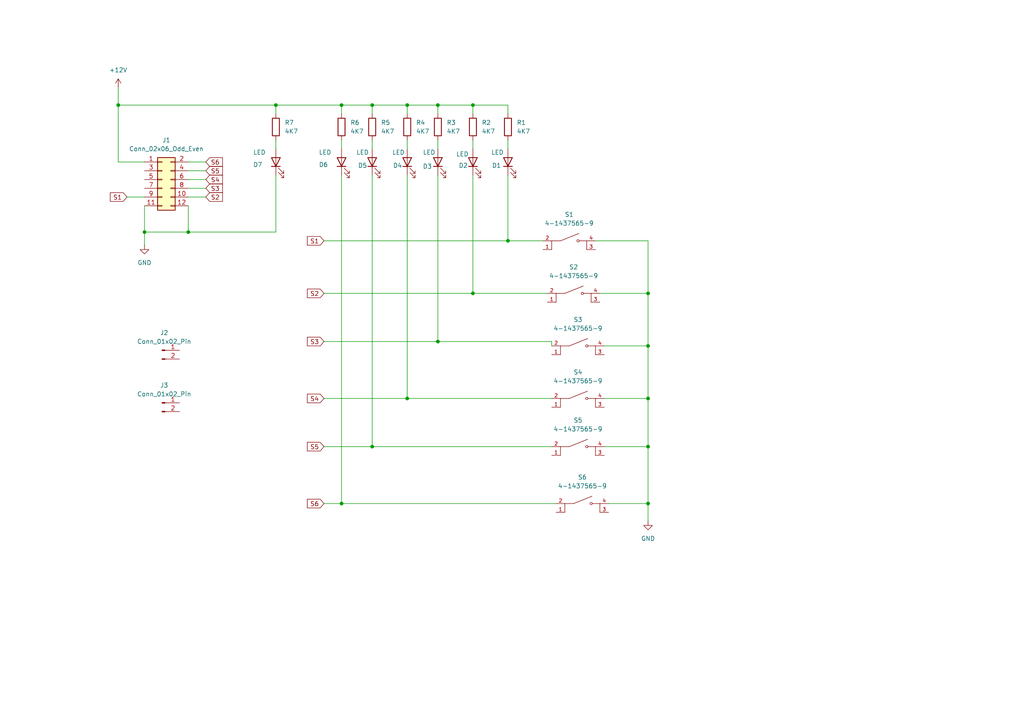
<source format=kicad_sch>
(kicad_sch (version 20250114) (generator "eeschema") (generator_version "9.0")
  (paper "A4")
  (lib_symbols
    (symbol "Connector:Conn_01x02_Pin" (pin_names (offset 1.016) (hide yes))
      (property "Reference" "J" (at 0 2.54 0))
      (property "Value" "Conn_01x02_Pin" (at 0 -5.08 0))
      (symbol "Conn_01x02_Pin_1_1"
        (rectangle (start 0.8636 0.127) (end 0 -0.127) (stroke (width 0.1524)) (fill (type outline)))
        (rectangle (start 0.8636 -2.413) (end 0 -2.667) (stroke (width 0.1524)) (fill (type outline)))
        (polyline (pts (xy 1.27 0) (xy 0.8636 0)) (stroke (width 0.1524)))
        (polyline (pts (xy 1.27 -2.54) (xy 0.8636 -2.54)) (stroke (width 0.1524)))
        (pin passive line (at 5.08 0 180) (length 3.81) (name "Pin_1") (number "1"))
        (pin passive line (at 5.08 -2.54 180) (length 3.81) (name "Pin_2") (number "2"))
      )
    )
    (symbol "Connector_Generic:Conn_02x06_Odd_Even" (pin_names (offset 1.016) (hide yes))
      (property "Reference" "J" (at 1.27 7.62 0))
      (property "Value" "Conn_02x06_Odd_Even" (at 1.27 -10.16 0))
      (symbol "Conn_02x06_Odd_Even_1_1"
        (rectangle (start -1.27 6.35) (end 3.81 -8.89) (stroke (width 0.254)) (fill (type background)))
        (rectangle (start -1.27 5.207) (end 0 4.953) (stroke (width 0.1524)))
        (rectangle (start -1.27 2.667) (end 0 2.413) (stroke (width 0.1524)))
        (rectangle (start -1.27 0.127) (end 0 -0.127) (stroke (width 0.1524)))
        (rectangle (start -1.27 -2.413) (end 0 -2.667) (stroke (width 0.1524)))
        (rectangle (start -1.27 -4.953) (end 0 -5.207) (stroke (width 0.1524)))
        (rectangle (start -1.27 -7.493) (end 0 -7.747) (stroke (width 0.1524)))
        (rectangle (start 3.81 5.207) (end 2.54 4.953) (stroke (width 0.1524)))
        (rectangle (start 3.81 2.667) (end 2.54 2.413) (stroke (width 0.1524)))
        (rectangle (start 3.81 0.127) (end 2.54 -0.127) (stroke (width 0.1524)))
        (rectangle (start 3.81 -2.413) (end 2.54 -2.667) (stroke (width 0.1524)))
        (rectangle (start 3.81 -4.953) (end 2.54 -5.207) (stroke (width 0.1524)))
        (rectangle (start 3.81 -7.493) (end 2.54 -7.747) (stroke (width 0.1524)))
        (pin passive line (at -5.08 5.08 0) (length 3.81) (name "Pin_1") (number "1"))
        (pin passive line (at -5.08 2.54 0) (length 3.81) (name "Pin_3") (number "3"))
        (pin passive line (at -5.08 0 0) (length 3.81) (name "Pin_5") (number "5"))
        (pin passive line (at -5.08 -2.54 0) (length 3.81) (name "Pin_7") (number "7"))
        (pin passive line (at -5.08 -5.08 0) (length 3.81) (name "Pin_9") (number "9"))
        (pin passive line (at -5.08 -7.62 0) (length 3.81) (name "Pin_11") (number "11"))
        (pin passive line (at 7.62 5.08 180) (length 3.81) (name "Pin_2") (number "2"))
        (pin passive line (at 7.62 2.54 180) (length 3.81) (name "Pin_4") (number "4"))
        (pin passive line (at 7.62 0 180) (length 3.81) (name "Pin_6") (number "6"))
        (pin passive line (at 7.62 -2.54 180) (length 3.81) (name "Pin_8") (number "8"))
        (pin passive line (at 7.62 -5.08 180) (length 3.81) (name "Pin_10") (number "10"))
        (pin passive line (at 7.62 -7.62 180) (length 3.81) (name "Pin_12") (number "12"))
      )
    )
    (symbol "Device:LED" (pin_numbers (hide yes)) (pin_names (offset 1.016) (hide yes))
      (property "Reference" "D" (at 0 2.54 0))
      (property "Value" "LED" (at 0 -2.54 0))
      (symbol "LED_0_1"
        (polyline (pts (xy -3.048 -0.762) (xy -4.572 -2.286) (xy -3.81 -2.286) (xy -4.572 -2.286) (xy -4.572 -1.524)))
        (polyline (pts (xy -1.778 -0.762) (xy -3.302 -2.286) (xy -2.54 -2.286) (xy -3.302 -2.286) (xy -3.302 -1.524)))
        (polyline (pts (xy -1.27 0) (xy 1.27 0)))
        (polyline (pts (xy -1.27 -1.27) (xy -1.27 1.27)) (stroke (width 0.254)))
        (polyline (pts (xy 1.27 -1.27) (xy 1.27 1.27) (xy -1.27 0) (xy 1.27 -1.27)) (stroke (width 0.254)))
      )
      (symbol "LED_1_1"
        (pin passive line (at -3.81 0 0) (length 2.54) (name "K") (number "1"))
        (pin passive line (at 3.81 0 180) (length 2.54) (name "A") (number "2"))
      )
    )
    (symbol "Device:R" (pin_numbers (hide yes)) (pin_names (offset 0))
      (property "Reference" "R" (at 2.032 0 90))
      (property "Value" "R" (at 0 0 90))
      (symbol "R_0_1"
        (rectangle (start -1.016 -2.54) (end 1.016 2.54) (stroke (width 0.254)))
      )
      (symbol "R_1_1"
        (pin passive line (at 0 3.81 270) (length 1.27) (name "~") (number "1"))
        (pin passive line (at 0 -3.81 90) (length 1.27) (name "~") (number "2"))
      )
    )
    (symbol "LED_1" (pin_numbers (hide yes)) (pin_names (offset 1.016) (hide yes))
      (property "Reference" "D" (at 0 2.54 0))
      (property "Value" "LED" (at 0 -2.54 0))
      (symbol "LED_1_0_1"
        (polyline (pts (xy -3.048 -0.762) (xy -4.572 -2.286) (xy -3.81 -2.286) (xy -4.572 -2.286) (xy -4.572 -1.524)))
        (polyline (pts (xy -1.778 -0.762) (xy -3.302 -2.286) (xy -2.54 -2.286) (xy -3.302 -2.286) (xy -3.302 -1.524)))
        (polyline (pts (xy -1.27 0) (xy 1.27 0)))
        (polyline (pts (xy -1.27 -1.27) (xy -1.27 1.27)) (stroke (width 0.254)))
        (polyline (pts (xy 1.27 -1.27) (xy 1.27 1.27) (xy -1.27 0) (xy 1.27 -1.27)) (stroke (width 0.254)))
      )
      (symbol "LED_1_1_1"
        (pin passive line (at -3.81 0 0) (length 2.54) (name "K") (number "1"))
        (pin passive line (at 3.81 0 180) (length 2.54) (name "A") (number "2"))
      )
    )
    (symbol "LED_2" (pin_numbers (hide yes)) (pin_names (offset 1.016) (hide yes))
      (property "Reference" "D" (at 0 2.54 0))
      (property "Value" "LED" (at 0 -2.54 0))
      (symbol "LED_2_0_1"
        (polyline (pts (xy -3.048 -0.762) (xy -4.572 -2.286) (xy -3.81 -2.286) (xy -4.572 -2.286) (xy -4.572 -1.524)))
        (polyline (pts (xy -1.778 -0.762) (xy -3.302 -2.286) (xy -2.54 -2.286) (xy -3.302 -2.286) (xy -3.302 -1.524)))
        (polyline (pts (xy -1.27 0) (xy 1.27 0)))
        (polyline (pts (xy -1.27 -1.27) (xy -1.27 1.27)) (stroke (width 0.254)))
        (polyline (pts (xy 1.27 -1.27) (xy 1.27 1.27) (xy -1.27 0) (xy 1.27 -1.27)) (stroke (width 0.254)))
      )
      (symbol "LED_2_1_1"
        (pin passive line (at -3.81 0 0) (length 2.54) (name "K") (number "1"))
        (pin passive line (at 3.81 0 180) (length 2.54) (name "A") (number "2"))
      )
    )
    (symbol "LED_3" (pin_numbers (hide yes)) (pin_names (offset 1.016) (hide yes))
      (property "Reference" "D" (at 0 2.54 0))
      (property "Value" "LED" (at 0 -2.54 0))
      (symbol "LED_3_0_1"
        (polyline (pts (xy -3.048 -0.762) (xy -4.572 -2.286) (xy -3.81 -2.286) (xy -4.572 -2.286) (xy -4.572 -1.524)))
        (polyline (pts (xy -1.778 -0.762) (xy -3.302 -2.286) (xy -2.54 -2.286) (xy -3.302 -2.286) (xy -3.302 -1.524)))
        (polyline (pts (xy -1.27 0) (xy 1.27 0)))
        (polyline (pts (xy -1.27 -1.27) (xy -1.27 1.27)) (stroke (width 0.254)))
        (polyline (pts (xy 1.27 -1.27) (xy 1.27 1.27) (xy -1.27 0) (xy 1.27 -1.27)) (stroke (width 0.254)))
      )
      (symbol "LED_3_1_1"
        (pin passive line (at -3.81 0 0) (length 2.54) (name "K") (number "1"))
        (pin passive line (at 3.81 0 180) (length 2.54) (name "A") (number "2"))
      )
    )
    (symbol "My_Library:SW_TACTILE_smd" (pin_names (offset 1.016))
      (property "Reference" "S" (at -2.54 2.54 0))
      (property "Value" "4-1437565-9" (at -9.144 7.874 0))
      (symbol "SW_TACTILE_smd_0_0"
        (polyline (pts (xy -2.54 0) (xy -5.08 0)) (stroke (width 0.1524)))
        (polyline (pts (xy -2.54 0) (xy 2.794 2.1336)) (stroke (width 0.1524)))
        (circle (center 2.54 0) (radius 0.3302) (stroke (width 0.1524)))
        (polyline (pts (xy 5.08 0) (xy 2.921 0)) (stroke (width 0.1524)))
        (pin passive line (at -7.62 0 0) (length 2.54) (name "~") (number "2"))
        (pin passive line (at -7.62 -2.54 0) (length 2.54) (name "~") (number "1"))
        (pin passive line (at 7.62 0 180) (length 2.54) (name "~") (number "4"))
        (pin passive line (at 7.62 -2.54 180) (length 2.54) (name "~") (number "3"))
      )
      (symbol "SW_TACTILE_smd_0_1"
        (polyline (pts (xy -5.08 -2.54) (xy -5.08 0)))
        (polyline (pts (xy 5.08 0) (xy 5.08 -2.54)))
      )
    )
    (symbol "power:+12V" (power) (pin_numbers (hide yes)) (pin_names (offset 0) (hide yes))
      (property "Value" "+12V" (at 0 3.556 0))
      (symbol "+12V_0_1"
        (polyline (pts (xy -0.762 1.27) (xy 0 2.54)))
        (polyline (pts (xy 0 2.54) (xy 0.762 1.27)))
        (polyline (pts (xy 0 0) (xy 0 2.54)))
      )
      (symbol "+12V_1_1"
        (pin power_in line (at 0 0 90) (length 0) (name "~") (number "1"))
      )
    )
    (symbol "power:GND" (power) (pin_numbers (hide yes)) (pin_names (offset 0) (hide yes))
      (property "Value" "GND" (at 0 -3.81 0))
      (symbol "GND_0_1"
        (polyline (pts (xy 0 0) (xy 0 -1.27) (xy 1.27 -1.27) (xy 0 -2.54) (xy -1.27 -1.27) (xy 0 -1.27)))
      )
      (symbol "GND_1_1"
        (pin power_in line (at 0 0 270) (length 0) (name "~") (number "1"))
      )
    )
  )
  (junction (at 41.91 67.31))
  (junction (at 137.16 85.09))
  (junction (at 34.29 30.48))
  (junction (at 127 30.48))
  (junction (at 187.96 85.09))
  (junction (at 107.95 30.48))
  (junction (at 187.96 146.05))
  (junction (at 99.06 30.48))
  (junction (at 54.61 67.31))
  (junction (at 80.01 30.48))
  (junction (at 118.11 115.57))
  (junction (at 99.06 146.05))
  (junction (at 187.96 100.33))
  (junction (at 118.11 30.48))
  (junction (at 187.96 115.57))
  (junction (at 137.16 30.48))
  (junction (at 147.32 69.85))
  (junction (at 107.95 129.54))
  (junction (at 127 99.06))
  (junction (at 187.96 129.54))
  (wire (pts (xy 173.99 85.09) (xy 187.96 85.09)))
  (wire (pts (xy 160.02 100.33) (xy 160.02 99.06)))
  (wire (pts (xy 127 33.02) (xy 127 30.48)))
  (wire (pts (xy 137.16 30.48) (xy 147.32 30.48)))
  (wire (pts (xy 54.61 67.31) (xy 80.01 67.31)))
  (wire (pts (xy 99.06 30.48) (xy 107.95 30.48)))
  (wire (pts (xy 34.29 25.4) (xy 34.29 30.48)))
  (wire (pts (xy 175.26 129.54) (xy 187.96 129.54)))
  (wire (pts (xy 41.91 67.31) (xy 41.91 71.12)))
  (wire (pts (xy 160.02 99.06) (xy 127 99.06)))
  (wire (pts (xy 107.95 50.8) (xy 107.95 129.54)))
  (wire (pts (xy 187.96 85.09) (xy 187.96 100.33)))
  (wire (pts (xy 187.96 146.05) (xy 176.53 146.05)))
  (wire (pts (xy 34.29 46.99) (xy 41.91 46.99)))
  (wire (pts (xy 175.26 115.57) (xy 187.96 115.57)))
  (wire (pts (xy 118.11 33.02) (xy 118.11 30.48)))
  (wire (pts (xy 34.29 30.48) (xy 80.01 30.48)))
  (wire (pts (xy 99.06 50.8) (xy 99.06 146.05)))
  (wire (pts (xy 93.98 69.85) (xy 147.32 69.85)))
  (wire (pts (xy 80.01 30.48) (xy 99.06 30.48)))
  (wire (pts (xy 187.96 100.33) (xy 187.96 115.57)))
  (wire (pts (xy 118.11 40.64) (xy 118.11 43.18)))
  (wire (pts (xy 54.61 57.15) (xy 59.69 57.15)))
  (wire (pts (xy 80.01 67.31) (xy 80.01 50.8)))
  (wire (pts (xy 34.29 30.48) (xy 34.29 46.99)))
  (wire (pts (xy 127 40.64) (xy 127 43.18)))
  (wire (pts (xy 93.98 129.54) (xy 107.95 129.54)))
  (wire (pts (xy 118.11 30.48) (xy 127 30.48)))
  (wire (pts (xy 99.06 33.02) (xy 99.06 30.48)))
  (wire (pts (xy 137.16 85.09) (xy 158.75 85.09)))
  (wire (pts (xy 107.95 33.02) (xy 107.95 30.48)))
  (wire (pts (xy 147.32 40.64) (xy 147.32 43.18)))
  (wire (pts (xy 93.98 85.09) (xy 137.16 85.09)))
  (wire (pts (xy 147.32 69.85) (xy 157.48 69.85)))
  (wire (pts (xy 80.01 33.02) (xy 80.01 30.48)))
  (wire (pts (xy 147.32 50.8) (xy 147.32 69.85)))
  (wire (pts (xy 54.61 67.31) (xy 54.61 59.69)))
  (wire (pts (xy 175.26 100.33) (xy 187.96 100.33)))
  (wire (pts (xy 118.11 115.57) (xy 160.02 115.57)))
  (wire (pts (xy 93.98 146.05) (xy 99.06 146.05)))
  (wire (pts (xy 137.16 50.8) (xy 137.16 85.09)))
  (wire (pts (xy 118.11 50.8) (xy 118.11 115.57)))
  (wire (pts (xy 172.72 69.85) (xy 187.96 69.85)))
  (wire (pts (xy 99.06 40.64) (xy 99.06 43.18)))
  (wire (pts (xy 41.91 67.31) (xy 54.61 67.31)))
  (wire (pts (xy 127 30.48) (xy 137.16 30.48)))
  (wire (pts (xy 107.95 30.48) (xy 118.11 30.48)))
  (wire (pts (xy 127 50.8) (xy 127 99.06)))
  (wire (pts (xy 99.06 146.05) (xy 161.29 146.05)))
  (wire (pts (xy 54.61 52.07) (xy 59.69 52.07)))
  (wire (pts (xy 187.96 69.85) (xy 187.96 85.09)))
  (wire (pts (xy 80.01 40.64) (xy 80.01 43.18)))
  (wire (pts (xy 147.32 30.48) (xy 147.32 33.02)))
  (wire (pts (xy 137.16 40.64) (xy 137.16 43.18)))
  (wire (pts (xy 187.96 115.57) (xy 187.96 129.54)))
  (wire (pts (xy 137.16 33.02) (xy 137.16 30.48)))
  (wire (pts (xy 107.95 40.64) (xy 107.95 43.18)))
  (wire (pts (xy 54.61 54.61) (xy 59.69 54.61)))
  (wire (pts (xy 187.96 129.54) (xy 187.96 146.05)))
  (wire (pts (xy 36.83 57.15) (xy 41.91 57.15)))
  (wire (pts (xy 127 99.06) (xy 93.98 99.06)))
  (wire (pts (xy 187.96 146.05) (xy 187.96 151.13)))
  (wire (pts (xy 41.91 59.69) (xy 41.91 67.31)))
  (wire (pts (xy 54.61 46.99) (xy 59.69 46.99)))
  (wire (pts (xy 93.98 115.57) (xy 118.11 115.57)))
  (wire (pts (xy 107.95 129.54) (xy 160.02 129.54)))
  (wire (pts (xy 54.61 49.53) (xy 59.69 49.53)))
  (global_label "S3" (shape input) (at 59.69 54.61 0) (property "Intersheetrefs" "${INTERSHEET_REFS}" (effects (hide yes))))
  (global_label "S1" (shape input) (at 36.83 57.15 180) (property "Intersheetrefs" "${INTERSHEET_REFS}" (effects (hide yes))))
  (global_label "S2" (shape input) (at 59.69 57.15 0) (property "Intersheetrefs" "${INTERSHEET_REFS}" (effects (hide yes))))
  (global_label "S6" (shape input) (at 59.69 46.99 0) (property "Intersheetrefs" "${INTERSHEET_REFS}" (effects (hide yes))))
  (global_label "S6" (shape input) (at 93.98 146.05 180) (property "Intersheetrefs" "${INTERSHEET_REFS}" (effects (hide yes))))
  (global_label "S5" (shape input) (at 59.69 49.53 0) (property "Intersheetrefs" "${INTERSHEET_REFS}" (effects (hide yes))))
  (global_label "S1" (shape input) (at 93.98 69.85 180) (property "Intersheetrefs" "${INTERSHEET_REFS}" (effects (hide yes))))
  (global_label "S3" (shape input) (at 93.98 99.06 180) (property "Intersheetrefs" "${INTERSHEET_REFS}" (effects (hide yes))))
  (global_label "S5" (shape input) (at 93.98 129.54 180) (property "Intersheetrefs" "${INTERSHEET_REFS}" (effects (hide yes))))
  (global_label "S4" (shape input) (at 93.98 115.57 180) (property "Intersheetrefs" "${INTERSHEET_REFS}" (effects (hide yes))))
  (global_label "S4" (shape input) (at 59.69 52.07 0) (property "Intersheetrefs" "${INTERSHEET_REFS}" (effects (hide yes))))
  (global_label "S2" (shape input) (at 93.98 85.09 180) (property "Intersheetrefs" "${INTERSHEET_REFS}" (effects (hide yes))))
  (symbol (lib_id "Device:LED") (at 127 46.99 90) (unit 1)
    (property "Reference" "D3" (at 123.952 48.26 90))
    (property "Value" "LED" (at 124.46 44.196 90))
    (property "Footprint" "LED_SMD:LED_0603_1608Metric" (effects (hide yes)))
    (property "Description" "Light emitting diode" (effects (hide yes)))
    (property "Sim.Pins" "1=K 2=A" (effects (hide yes)))
  )
  (symbol (lib_id "power:GND") (at 41.91 71.12 0) (unit 1)
    (property "Reference" "#PWR01" (effects (hide yes)))
    (property "Value" "GND" (at 41.91 76.2 0))
    (property "Description" "Power symbol creates a global label with name \"GND\" , ground" (effects (hide yes)))
  )
  (symbol (lib_id "Device:R") (at 99.06 36.83 0) (unit 1)
    (property "Reference" "R6" (at 101.6 35.5599 0) (effects (justify left)))
    (property "Value" "4K7" (at 101.6 38.0999 0) (effects (justify left)))
    (property "Footprint" "LED_SMD:LED_0603_1608Metric" (effects (hide yes)))
    (property "Description" "Resistor" (effects (hide yes)))
  )
  (symbol (lib_id "My_Library:SW_TACTILE_smd") (at 166.37 85.09 0) (unit 1)
    (property "Reference" "S2" (at 166.37 77.47 0))
    (property "Value" "4-1437565-9" (at 166.37 80.01 0))
    (property "Footprint" "MYlib_GLOBAL:SW_tactile-6X6_smd" (effects (hide yes)))
    (property "MP" "4-1437565-9" (effects (hide yes)))
  )
  (symbol (lib_id "Device:R") (at 147.32 36.83 0) (unit 1)
    (property "Reference" "R1" (at 149.86 35.5599 0) (effects (justify left)))
    (property "Value" "4K7" (at 149.86 38.0999 0) (effects (justify left)))
    (property "Footprint" "LED_SMD:LED_0603_1608Metric" (effects (hide yes)))
    (property "Description" "Resistor" (effects (hide yes)))
  )
  (symbol (lib_id "Device:LED") (at 147.32 46.99 90) (unit 1)
    (property "Reference" "D1" (at 144.018 48.006 90))
    (property "Value" "LED" (at 144.272 44.196 90))
    (property "Footprint" "LED_SMD:LED_0603_1608Metric" (effects (hide yes)))
    (property "Description" "Light emitting diode" (effects (hide yes)))
    (property "Sim.Pins" "1=K 2=A" (effects (hide yes)))
  )
  (symbol (lib_id "power:+12V") (at 34.29 25.4 0) (unit 1)
    (property "Reference" "#PWR02" (effects (hide yes)))
    (property "Value" "+12V" (at 34.29 20.32 0))
    (property "Description" "Power symbol creates a global label with name \"+12V\"" (effects (hide yes)))
  )
  (symbol (lib_name "LED_2") (lib_id "Device:LED") (at 99.06 46.99 90) (unit 1)
    (property "Reference" "D6" (at 92.456 47.752 90) (effects (justify right)))
    (property "Value" "LED" (at 92.456 44.196 90) (effects (justify right)))
    (property "Footprint" "LED_SMD:LED_0603_1608Metric" (effects (hide yes)))
    (property "Description" "Light emitting diode" (effects (hide yes)))
    (property "Sim.Pins" "1=K 2=A" (effects (hide yes)))
  )
  (symbol (lib_id "My_Library:SW_TACTILE_smd") (at 167.64 115.57 0) (unit 1)
    (property "Reference" "S4" (at 167.64 107.95 0))
    (property "Value" "4-1437565-9" (at 167.64 110.49 0))
    (property "Footprint" "MYlib_GLOBAL:SW_tactile-6X6_smd" (effects (hide yes)))
    (property "MP" "4-1437565-9" (effects (hide yes)))
  )
  (symbol (lib_id "Device:R") (at 107.95 36.83 180) (unit 1)
    (property "Reference" "R5" (at 110.49 35.5599 0) (effects (justify right)))
    (property "Value" "4K7" (at 110.49 38.0999 0) (effects (justify right)))
    (property "Footprint" "LED_SMD:LED_0603_1608Metric" (effects (hide yes)))
    (property "Description" "Resistor" (effects (hide yes)))
  )
  (symbol (lib_id "power:GND") (at 187.96 151.13 0) (unit 1)
    (property "Reference" "#PWR03" (effects (hide yes)))
    (property "Value" "GND" (at 187.96 156.21 0))
    (property "Description" "Power symbol creates a global label with name \"GND\" , ground" (effects (hide yes)))
  )
  (symbol (lib_id "Device:R") (at 137.16 36.83 180) (unit 1)
    (property "Reference" "R2" (at 139.7 35.5599 0) (effects (justify right)))
    (property "Value" "4K7" (at 139.7 38.0999 0) (effects (justify right)))
    (property "Footprint" "LED_SMD:LED_0603_1608Metric" (effects (hide yes)))
    (property "Description" "Resistor" (effects (hide yes)))
  )
  (symbol (lib_name "LED_3") (lib_id "Device:LED") (at 107.95 46.99 90) (unit 1)
    (property "Reference" "D5" (at 105.156 48.006 90))
    (property "Value" "LED" (at 105.156 44.196 90))
    (property "Footprint" "LED_SMD:LED_0603_1608Metric" (effects (hide yes)))
    (property "Description" "Light emitting diode" (effects (hide yes)))
    (property "Sim.Pins" "1=K 2=A" (effects (hide yes)))
  )
  (symbol (lib_id "Connector:Conn_01x02_Pin") (at 46.99 116.84 0) (unit 1)
    (property "Reference" "J3" (at 47.625 111.76 0))
    (property "Value" "Conn_01x02_Pin" (at 47.625 114.3 0))
    (property "Footprint" "Connector_PinHeader_2.54mm:PinHeader_1x02_P2.54mm_Horizontal" (effects (hide yes)))
    (property "Description" "Generic connector, single row, 01x02, script generated" (effects (hide yes)))
  )
  (symbol (lib_id "My_Library:SW_TACTILE_smd") (at 168.91 146.05 0) (unit 1)
    (property "Reference" "S6" (at 168.91 138.43 0))
    (property "Value" "4-1437565-9" (at 168.91 140.97 0))
    (property "Footprint" "MYlib_GLOBAL:SW_tactile-6X6_smd" (effects (hide yes)))
    (property "MP" "4-1437565-9" (effects (hide yes)))
  )
  (symbol (lib_id "Connector:Conn_01x02_Pin") (at 46.99 101.6 0) (unit 1)
    (property "Reference" "J2" (at 47.625 96.52 0))
    (property "Value" "Conn_01x02_Pin" (at 47.625 99.06 0))
    (property "Footprint" "Connector_PinHeader_2.54mm:PinHeader_1x02_P2.54mm_Horizontal" (effects (hide yes)))
    (property "Description" "Generic connector, single row, 01x02, script generated" (effects (hide yes)))
  )
  (symbol (lib_id "My_Library:SW_TACTILE_smd") (at 167.64 129.54 0) (unit 1)
    (property "Reference" "S5" (at 167.64 121.92 0))
    (property "Value" "4-1437565-9" (at 167.64 124.46 0))
    (property "Footprint" "MYlib_GLOBAL:SW_tactile-6X6_smd" (effects (hide yes)))
    (property "MP" "4-1437565-9" (effects (hide yes)))
  )
  (symbol (lib_id "Connector_Generic:Conn_02x06_Odd_Even") (at 46.99 52.07 0) (unit 1)
    (property "Reference" "J1" (at 48.26 40.64 0))
    (property "Value" "Conn_02x06_Odd_Even" (at 48.26 43.18 0))
    (property "Footprint" "Connector_PinSocket_2.54mm:PinSocket_2x06_P2.54mm_Vertical_SMD" (effects (hide yes)))
    (property "Description" "Generic connector, double row, 02x06, odd/even pin numbering scheme (row 1 odd numbers, row 2 even numbers), script generated (kicad-library-utils/schlib/autogen/connector/)" (effects (hide yes)))
  )
  (symbol (lib_id "My_Library:SW_TACTILE_smd") (at 165.1 69.85 0) (unit 1)
    (property "Reference" "S1" (at 165.1 62.23 0))
    (property "Value" "4-1437565-9" (at 165.1 64.77 0))
    (property "Footprint" "MYlib_GLOBAL:SW_tactile-6X6_smd" (effects (hide yes)))
    (property "MP" "4-1437565-9" (effects (hide yes)))
  )
  (symbol (lib_id "Device:R") (at 118.11 36.83 0) (unit 1)
    (property "Reference" "R4" (at 120.65 35.5599 0) (effects (justify left)))
    (property "Value" "4K7" (at 120.65 38.0999 0) (effects (justify left)))
    (property "Footprint" "LED_SMD:LED_0603_1608Metric" (effects (hide yes)))
    (property "Description" "Resistor" (effects (hide yes)))
  )
  (symbol (lib_id "Device:LED") (at 118.11 46.99 90) (unit 1)
    (property "Reference" "D4" (at 115.316 48.006 90))
    (property "Value" "LED" (at 115.57 44.196 90))
    (property "Footprint" "LED_SMD:LED_0603_1608Metric" (effects (hide yes)))
    (property "Description" "Light emitting diode" (effects (hide yes)))
    (property "Sim.Pins" "1=K 2=A" (effects (hide yes)))
  )
  (symbol (lib_id "Device:LED") (at 137.16 46.99 90) (unit 1)
    (property "Reference" "D2" (at 134.366 48.006 90))
    (property "Value" "LED" (at 134.112 44.704 90))
    (property "Footprint" "LED_SMD:LED_0603_1608Metric" (effects (hide yes)))
    (property "Description" "Light emitting diode" (effects (hide yes)))
    (property "Sim.Pins" "1=K 2=A" (effects (hide yes)))
  )
  (symbol (lib_id "Device:R") (at 80.01 36.83 0) (unit 1)
    (property "Reference" "R7" (at 82.55 35.5599 0) (effects (justify left)))
    (property "Value" "4K7" (at 82.55 38.0999 0) (effects (justify left)))
    (property "Footprint" "LED_SMD:LED_0603_1608Metric" (effects (hide yes)))
    (property "Description" "Resistor" (effects (hide yes)))
  )
  (symbol (lib_id "My_Library:SW_TACTILE_smd") (at 167.64 100.33 0) (unit 1)
    (property "Reference" "S3" (at 167.64 92.71 0))
    (property "Value" "4-1437565-9" (at 167.64 95.25 0))
    (property "Footprint" "MYlib_GLOBAL:SW_tactile-6X6_smd" (effects (hide yes)))
    (property "MP" "4-1437565-9" (effects (hide yes)))
  )
  (symbol (lib_id "Device:R") (at 127 36.83 180) (unit 1)
    (property "Reference" "R3" (at 129.54 35.5599 0) (effects (justify right)))
    (property "Value" "4K7" (at 129.54 38.0999 0) (effects (justify right)))
    (property "Footprint" "LED_SMD:LED_0603_1608Metric" (effects (hide yes)))
    (property "Description" "Resistor" (effects (hide yes)))
  )
  (symbol (lib_name "LED_1") (lib_id "Device:LED") (at 80.01 46.99 90) (unit 1)
    (property "Reference" "D7" (at 73.406 47.752 90) (effects (justify right)))
    (property "Value" "LED" (at 73.406 44.196 90) (effects (justify right)))
    (property "Footprint" "LED_SMD:LED_0603_1608Metric" (effects (hide yes)))
    (property "Description" "Light emitting diode" (effects (hide yes)))
    (property "Sim.Pins" "1=K 2=A" (effects (hide yes)))
  )
)
</source>
